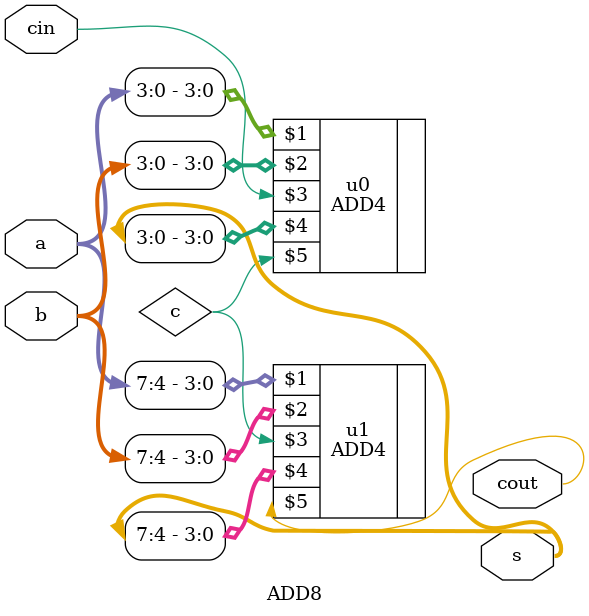
<source format=v>
module ADD8(a,b,cin,s,cout);

input [7:0] a,b;
input cin;
output [7:0] s;
output cout;
wire c;

ADD4 u0(a[3:0],b[3:0],cin,s[3:0],c);
ADD4 u1(a[7:4],b[7:4],c,s[7:4],cout);

endmodule
</source>
